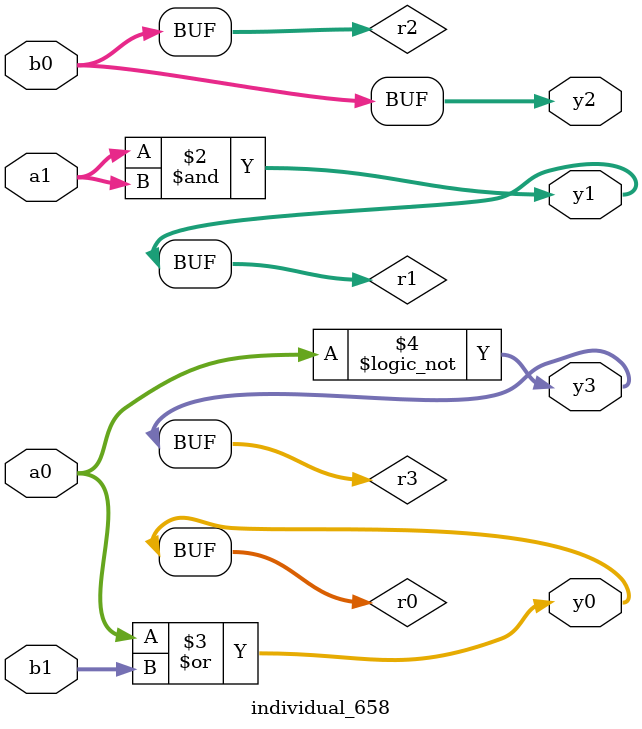
<source format=sv>
module individual_658(input logic [15:0] a1, input logic [15:0] a0, input logic [15:0] b1, input logic [15:0] b0, output logic [15:0] y3, output logic [15:0] y2, output logic [15:0] y1, output logic [15:0] y0);
logic [15:0] r0, r1, r2, r3; 
 always@(*) begin 
	 r0 = a0; r1 = a1; r2 = b0; r3 = b1; 
 	 r1  &=  r1 ;
 	 r0  |=  r3 ;
 	 r3 = ! a0 ;
 	 y3 = r3; y2 = r2; y1 = r1; y0 = r0; 
end
endmodule
</source>
